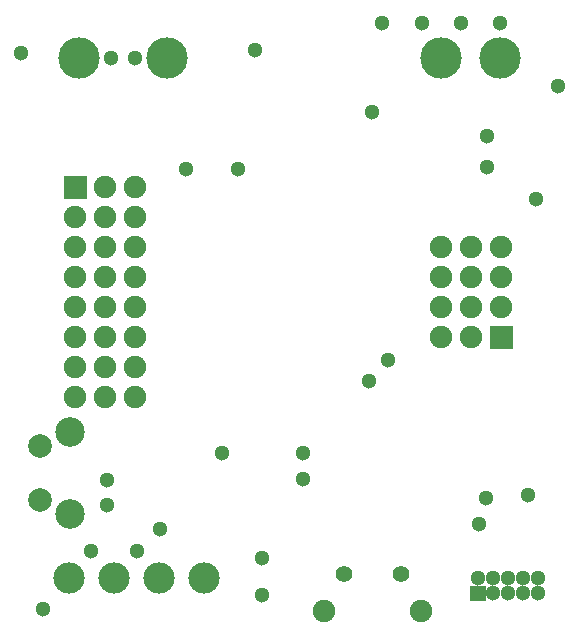
<source format=gbr>
G04 start of page 9 for group -4062 idx -4062 *
G04 Title: (unknown), soldermask *
G04 Creator: pcb 1.99z *
G04 CreationDate: Wed 03 Sep 2014 19:39:49 GMT UTC *
G04 For: rbarlow *
G04 Format: Gerber/RS-274X *
G04 PCB-Dimensions (mm): 70.00 74.00 *
G04 PCB-Coordinate-Origin: lower left *
%MOMM*%
%FSLAX43Y43*%
%LNBOTTOMMASK*%
%ADD136C,1.300*%
%ADD135C,1.400*%
%ADD134C,0.002*%
%ADD133C,3.500*%
%ADD132C,2.650*%
%ADD131C,1.900*%
%ADD130C,2.000*%
%ADD129C,2.500*%
G54D129*X16500Y19400D03*
G54D130*X14000Y25150D03*
Y20650D03*
G54D129*X16500Y26400D03*
G54D131*X16960Y42000D03*
Y39460D03*
Y36920D03*
Y34380D03*
Y31840D03*
Y29300D03*
X19500Y42000D03*
Y39460D03*
Y36920D03*
Y34380D03*
Y31840D03*
Y29300D03*
X22040Y42000D03*
Y39460D03*
Y36920D03*
Y34380D03*
Y31840D03*
Y29300D03*
G54D132*X16385Y14000D03*
X20195D03*
X24005D03*
X27815D03*
G54D133*X24750Y58000D03*
X17250D03*
G54D134*G36*
X16010Y48030D02*Y46130D01*
X17910D01*
Y48030D01*
X16010D01*
G37*
G54D131*X19500Y47080D03*
X22040D03*
G54D133*X52900Y58000D03*
X47900D03*
G54D134*G36*
X52090Y35330D02*Y33430D01*
X53990D01*
Y35330D01*
X52090D01*
G37*
G54D131*X53040Y36920D03*
Y39460D03*
Y42000D03*
X47960Y34380D03*
Y36920D03*
Y39460D03*
Y42000D03*
X16960Y44540D03*
X19500D03*
X22040D03*
X50500Y34380D03*
Y36920D03*
Y39460D03*
Y42000D03*
X38000Y11250D03*
X46200D03*
G54D135*X39675Y14330D03*
X44525D03*
G54D134*G36*
X50410Y13350D02*Y12050D01*
X51710D01*
Y13350D01*
X50410D01*
G37*
G54D136*X51060Y13970D03*
X52330Y12700D03*
Y13970D03*
X53600Y12700D03*
X54870D03*
X56140D03*
X53600Y13970D03*
X54870D03*
X56140D03*
X41800Y30700D03*
X43400Y32500D03*
X19600Y22300D03*
X18300Y16300D03*
X14200Y11400D03*
X19600Y20200D03*
X22200Y16300D03*
X24100Y18200D03*
X12400Y58500D03*
X36200Y24600D03*
Y22400D03*
X29400Y24600D03*
X32800Y12600D03*
Y15700D03*
X20000Y58000D03*
X22000D03*
X32200Y58700D03*
X26300Y48600D03*
X30700D03*
X52900Y61000D03*
X51800Y51400D03*
Y48800D03*
X56000Y46100D03*
X46300Y61000D03*
X42100Y53500D03*
X42900Y61000D03*
X49600D03*
X57800Y55700D03*
X51100Y18600D03*
X55300Y21000D03*
X51700Y20800D03*
M02*

</source>
